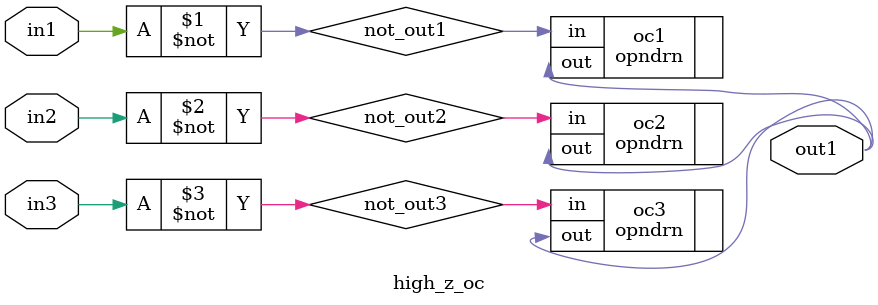
<source format=v>
/************************************************
  The Verilog HDL code example is from the book
  Computer Principles and Design in Verilog HDL
  by Yamin Li, published by A JOHN WILEY & SONS
************************************************/
module high_z_oc (in1,in2,in3,out1);               // test open drain buffer
    input  in1, in2, in3;                          // three input signals
    output out1;                                   // one output signal
    wire   not_out1, not_out2, not_out3;
    not   not1 (not_out1, in1);                    // regular not gate
    not   not2 (not_out2, in2);
    not   not3 (not_out3, in3);
    opndrn oc1 (.in(not_out1), .out(out1));        // opndrn is an 
    opndrn oc2 (.in(not_out2), .out(out1));        // open-drain
    opndrn oc3 (.in(not_out3), .out(out1));        // buffer
endmodule

</source>
